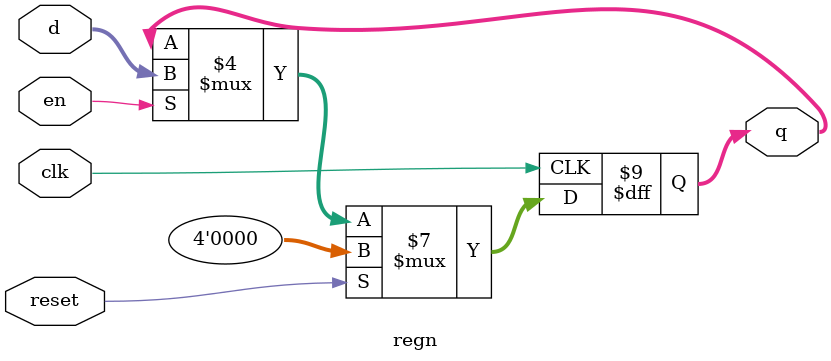
<source format=v>
`timescale 1ns / 1ps
module regn(
    clk,
    reset,
    en,
    d,
    q
    );
parameter           WIDTH = 4;
input  clk;
input  reset;
input  en;
output reg [WIDTH-1:0] q;
input [WIDTH-1:0] d;

always@(posedge clk)
begin
	if(reset == 1) q <= 0;
	else if(en == 1) q <= d;
end

endmodule

</source>
